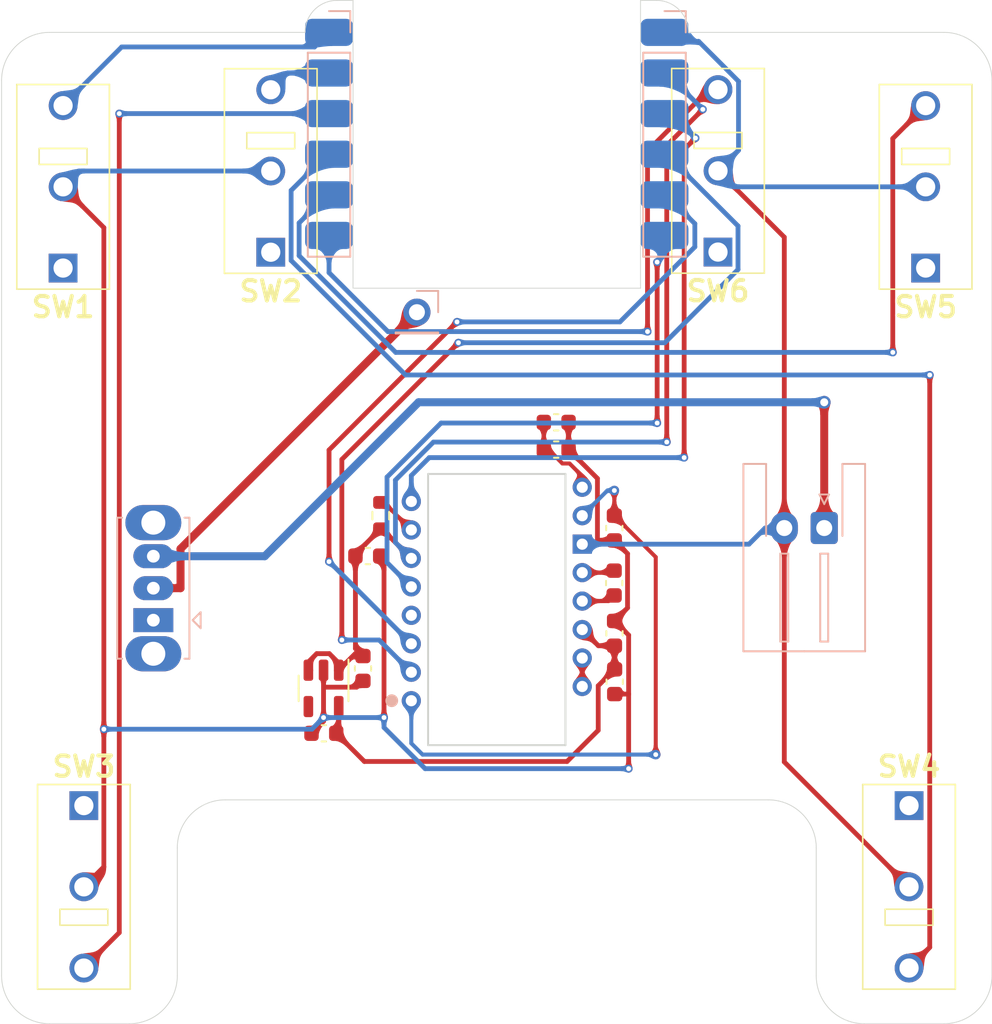
<source format=kicad_pcb>
(kicad_pcb (version 20241229) (generator "pcbnew") (generator_version "9.0")
  (layers (0 "F.Cu" signal) (2 "B.Cu" signal) (13 "F.Paste" user) (15 "B.Paste" user) (5 "F.SilkS" user "F.Silkscreen") (7 "B.SilkS" user "B.Silkscreen") (1 "F.Mask" user) (3 "B.Mask" user) (25 "Edge.Cuts" user))
  (net 0 "")
  (net 1 "GND")
  (net 2 "Net-(U2-+VCSEL)")
  (net 3 "+1V9")
  (net 4 "VCC")
  (net 5 "Net-(U2-CN)")
  (net 6 "Net-(U2-CP)")
  (net 7 "Net-(U2-VCP)")
  (net 8 "MOTION_2")
  (net 9 "NCS_2")
  (net 10 "SCLK_2")
  (net 11 "SDIO_2")
  (net 12 "Net-(U2-NRESET)")
  (net 15 "Net-(U2--VCSEL)")
  (net 16 "VBAT")
  (net 17 "BAT_p")
  (net 19 "pin1")
  (net 20 "pin2")
  (net 21 "pin3")
  (net 22 "pin4")
  (net 23 "pin5")
  (net 24 "pin6")
  (footprint "Package_TO_SOT_SMD:SOT-23-5" (layer "F.Cu") (at 134.6675 112.9287 -90)
    (property "Reference" "U1" (hide yes))
    (property "Value" "TCR2EF19")
    (fp_line (start 0 1.56) (end -0.8 1.56) (stroke (width 0.12)) (layer "F.SilkS"))
    (fp_line (start 0 1.56) (end 0.8 1.56) (stroke (width 0.12)) (layer "F.SilkS"))
    (fp_line (start 0 -1.56) (end -1.8 -1.56) (stroke (width 0.12)) (layer "F.SilkS"))
    (fp_line (start 0 -1.56) (end 0.8 -1.56) (stroke (width 0.12)) (layer "F.SilkS"))
    (pad "1" smd roundrect (at -1.1375 -0.95 270) (size 1.325 0.6) (layers "F.Cu" "F.Mask" "F.Paste") (net 4 "VCC"))
    (pad "2" smd roundrect (at -1.1375 0 270) (size 1.325 0.6) (layers "F.Cu" "F.Mask" "F.Paste") (net 1 "GND"))
    (pad "3" smd roundrect (at -1.1375 0.95 270) (size 1.325 0.6) (layers "F.Cu" "F.Mask" "F.Paste") (net 4 "VCC"))
    (pad "4" smd roundrect (at 1.1375 0.95 270) (size 1.325 0.6) (layers "F.Cu" "F.Mask" "F.Paste"))
    (pad "5" smd roundrect (at 1.1375 -0.95 270) (size 1.325 0.6) (layers "F.Cu" "F.Mask" "F.Paste") (net 3 "+1V9"))
  )
  (footprint "Capacitor_SMD:C_0603_1608Metric" (layer "F.Cu") (at 152.8925 112.511 -90)
    (property "Reference" "C3" (hide yes))
    (property "Value" "3.3u/16V")
    (fp_line (start -0.14058 0.51) (end 0.14058 0.51) (stroke (width 0.12)) (layer "F.SilkS"))
    (fp_line (start -0.14058 -0.51) (end 0.14058 -0.51) (stroke (width 0.12)) (layer "F.SilkS"))
    (pad "1" smd roundrect (at -0.775 0 270) (size 0.9 0.95) (layers "F.Cu" "F.Mask" "F.Paste") (net 3 "+1V9"))
    (pad "2" smd roundrect (at 0.775 0 270) (size 0.9 0.95) (layers "F.Cu" "F.Mask" "F.Paste") (net 1 "GND"))
  )
  (footprint "Capacitor_SMD:C_0603_1608Metric" (layer "F.Cu") (at 152.8825 109.486 90)
    (property "Reference" "C2" (hide yes))
    (property "Value" "100n")
    (fp_line (start -0.14058 -0.51) (end 0.14058 -0.51) (stroke (width 0.12)) (layer "F.SilkS"))
    (fp_line (start -0.14058 0.51) (end 0.14058 0.51) (stroke (width 0.12)) (layer "F.SilkS"))
    (pad "1" smd roundrect (at -0.775 0 90) (size 0.9 0.95) (layers "F.Cu" "F.Mask" "F.Paste") (net 3 "+1V9"))
    (pad "2" smd roundrect (at 0.775 0 90) (size 0.9 0.95) (layers "F.Cu" "F.Mask" "F.Paste") (net 1 "GND"))
  )
  (footprint "Capacitor_SMD:C_0603_1608Metric" (layer "F.Cu") (at 137.4385 104.6535)
    (property "Reference" "C7" (hide yes))
    (property "Value" "100n")
    (fp_line (start -0.14058 -0.51) (end 0.14058 -0.51) (stroke (width 0.12)) (layer "F.SilkS"))
    (fp_line (start -0.14058 0.51) (end 0.14058 0.51) (stroke (width 0.12)) (layer "F.SilkS"))
    (pad "1" smd roundrect (at -0.775 0) (size 0.9 0.95) (layers "F.Cu" "F.Mask" "F.Paste") (net 4 "VCC"))
    (pad "2" smd roundrect (at 0.775 0) (size 0.9 0.95) (layers "F.Cu" "F.Mask" "F.Paste") (net 1 "GND"))
  )
  (footprint "Capacitor_SMD:C_0603_1608Metric" (layer "F.Cu") (at 152.8725 102.901 -90)
    (property "Reference" "C1" (hide yes))
    (property "Value" "10n")
    (fp_line (start -0.14058 0.51) (end 0.14058 0.51) (stroke (width 0.12)) (layer "F.SilkS"))
    (fp_line (start -0.14058 -0.51) (end 0.14058 -0.51) (stroke (width 0.12)) (layer "F.SilkS"))
    (pad "1" smd roundrect (at -0.775 0 270) (size 0.9 0.95) (layers "F.Cu" "F.Mask" "F.Paste") (net 2 "Net-(U2-+VCSEL)"))
    (pad "2" smd roundrect (at 0.775 0 270) (size 0.9 0.95) (layers "F.Cu" "F.Mask" "F.Paste") (net 1 "GND"))
  )
  (footprint "Capacitor_SMD:C_0603_1608Metric" (layer "F.Cu") (at 149.2325 97.9935)
    (property "Reference" "C8" (hide yes))
    (property "Value" "10u (X7R)")
    (fp_line (start -0.14058 -0.51) (end 0.14058 -0.51) (stroke (width 0.12)) (layer "F.SilkS"))
    (fp_line (start -0.14058 0.51) (end 0.14058 0.51) (stroke (width 0.12)) (layer "F.SilkS"))
    (pad "1" smd roundrect (at -0.775 0) (size 0.9 0.95) (layers "F.Cu" "F.Mask" "F.Paste") (net 7 "Net-(U2-VCP)"))
    (pad "2" smd roundrect (at 0.775 0) (size 0.9 0.95) (layers "F.Cu" "F.Mask" "F.Paste") (net 1 "GND"))
  )
  (footprint "Capacitor_SMD:C_0603_1608Metric" (layer "F.Cu") (at 137.1375 111.6837 90)
    (property "Reference" "C4" (hide yes))
    (property "Value" "0.1u" (hide yes))
    (fp_line (start -0.14058 -0.51) (end 0.14058 -0.51) (stroke (width 0.12)) (layer "F.SilkS"))
    (fp_line (start -0.14058 0.51) (end 0.14058 0.51) (stroke (width 0.12)) (layer "F.SilkS"))
    (pad "1" smd roundrect (at -0.775 0 90) (size 0.9 0.95) (layers "F.Cu" "F.Mask" "F.Paste") (net 1 "GND"))
    (pad "2" smd roundrect (at 0.775 0 90) (size 0.9 0.95) (layers "F.Cu" "F.Mask" "F.Paste") (net 4 "VCC"))
  )
  (footprint "kbd:SW_D2FC-1F_3_OMR_edit" (layer "F.Cu") (at 171.3224 130.421 90)
    (property "Reference" "SW4" (at 12.6 0 180) (layer "F.SilkS") (effects (font (size 1.27 1.27) (thickness 0.254))))
    (property "Value" "D2LS-21" (hide yes))
    (fp_line (start 11.48 -2.9) (end 11.48 2.9) (stroke (width 0.1)) (layer "F.SilkS"))
    (fp_line (start -1.32 -2.9) (end 11.48 -2.9) (stroke (width 0.1)) (layer "F.SilkS"))
    (fp_line (start 11.48 2.9) (end -1.32 2.9) (stroke (width 0.1)) (layer "F.SilkS"))
    (fp_line (start -1.32 2.9) (end -1.32 -2.9) (stroke (width 0.1)) (layer "F.SilkS"))
    (fp_rect (start 2.68 -1.5) (end 3.68 1.5) (stroke (width 0.1)) (fill no) (layer "F.SilkS"))
    (pad "1" thru_hole circle (at 0 0 90) (size 1.8 1.8) (drill 1.2) (layers "*.Cu" "*.Mask") (net 22 "pin4"))
    (pad "2" thru_hole circle (at 5.08 0 90) (size 1.8 1.8) (drill 1.2) (layers "*.Cu" "*.Mask") (net 1 "GND"))
    (pad "3" thru_hole rect (at 10.16 0 90) (size 1.8 1.8) (drill 1.2) (layers "*.Cu" "*.Mask"))
  )
  (footprint "kbd:SW_D2FC-1F_3_OMR_edit" (layer "F.Cu") (at 118.3624 76.481 -90)
    (property "Reference" "SW1" (at 12.6 0 0) (layer "F.SilkS") (effects (font (size 1.27 1.27) (thickness 0.254))))
    (property "Value" "D2LS-21" (hide yes))
    (fp_line (start -1.32 2.9) (end -1.32 -2.9) (stroke (width 0.1)) (layer "F.SilkS"))
    (fp_line (start 11.48 2.9) (end -1.32 2.9) (stroke (width 0.1)) (layer "F.SilkS"))
    (fp_line (start -1.32 -2.9) (end 11.48 -2.9) (stroke (width 0.1)) (layer "F.SilkS"))
    (fp_line (start 11.48 -2.9) (end 11.48 2.9) (stroke (width 0.1)) (layer "F.SilkS"))
    (fp_rect (start 2.68 -1.5) (end 3.68 1.5) (stroke (width 0.1)) (fill no) (layer "F.SilkS"))
    (pad "1" thru_hole circle (at 0 0 270) (size 1.8 1.8) (drill 1.2) (layers "*.Cu" "*.Mask") (net 19 "pin1"))
    (pad "2" thru_hole circle (at 5.08 0 270) (size 1.8 1.8) (drill 1.2) (layers "*.Cu" "*.Mask") (net 1 "GND"))
    (pad "3" thru_hole rect (at 10.16 0 270) (size 1.8 1.8) (drill 1.2) (layers "*.Cu" "*.Mask"))
  )
  (footprint "Capacitor_SMD:C_0603_1608Metric" (layer "F.Cu") (at 152.8625 106.341 90)
    (property "Reference" "C6" (hide yes))
    (property "Value" "100n (X7R)")
    (fp_line (start -0.14058 -0.51) (end 0.14058 -0.51) (stroke (width 0.12)) (layer "F.SilkS"))
    (fp_line (start -0.14058 0.51) (end 0.14058 0.51) (stroke (width 0.12)) (layer "F.SilkS"))
    (pad "1" smd roundrect (at -0.775 0 90) (size 0.9 0.95) (layers "F.Cu" "F.Mask" "F.Paste") (net 5 "Net-(U2-CN)"))
    (pad "2" smd roundrect (at 0.775 0 90) (size 0.9 0.95) (layers "F.Cu" "F.Mask" "F.Paste") (net 6 "Net-(U2-CP)"))
  )
  (footprint "Capacitor_SMD:C_0603_1608Metric" (layer "F.Cu") (at 149.2325 96.2895)
    (property "Reference" "C9" (hide yes))
    (property "Value" "10n (X7R)")
    (fp_line (start -0.14058 -0.51) (end 0.14058 -0.51) (stroke (width 0.12)) (layer "F.SilkS"))
    (fp_line (start -0.14058 0.51) (end 0.14058 0.51) (stroke (width 0.12)) (layer "F.SilkS"))
    (pad "1" smd roundrect (at -0.775 0) (size 0.9 0.95) (layers "F.Cu" "F.Mask" "F.Paste") (net 7 "Net-(U2-VCP)"))
    (pad "2" smd roundrect (at 0.775 0) (size 0.9 0.95) (layers "F.Cu" "F.Mask" "F.Paste") (net 1 "GND"))
  )
  (footprint "kbd:SW_D2FC-1F_3_OMR_edit" (layer "F.Cu") (at 159.3624 75.481 -90)
    (property "Reference" "SW6" (at 12.6 0 0) (layer "F.SilkS") (effects (font (size 1.27 1.27) (thickness 0.254))))
    (property "Value" "D2LS-21" (hide yes))
    (fp_line (start -1.32 2.9) (end -1.32 -2.9) (stroke (width 0.1)) (layer "F.SilkS"))
    (fp_line (start 11.48 2.9) (end -1.32 2.9) (stroke (width 0.1)) (layer "F.SilkS"))
    (fp_line (start -1.32 -2.9) (end 11.48 -2.9) (stroke (width 0.1)) (layer "F.SilkS"))
    (fp_line (start 11.48 -2.9) (end 11.48 2.9) (stroke (width 0.1)) (layer "F.SilkS"))
    (fp_rect (start 2.68 -1.5) (end 3.68 1.5) (stroke (width 0.1)) (fill no) (layer "F.SilkS"))
    (pad "1" thru_hole circle (at 0 0 270) (size 1.8 1.8) (drill 1.2) (layers "*.Cu" "*.Mask") (net 24 "pin6"))
    (pad "2" thru_hole circle (at 5.08 0 270) (size 1.8 1.8) (drill 1.2) (layers "*.Cu" "*.Mask") (net 1 "GND"))
    (pad "3" thru_hole rect (at 10.16 0 270) (size 1.8 1.8) (drill 1.2) (layers "*.Cu" "*.Mask"))
  )
  (footprint "kbd:SW_D2FC-1F_3_OMR_edit" (layer "F.Cu") (at 131.3624 75.491 -90)
    (property "Reference" "SW2" (at 12.6 0 0) (layer "F.SilkS") (effects (font (size 1.27 1.27) (thickness 0.254))))
    (property "Value" "D2LS-21" (hide yes))
    (fp_line (start -1.32 2.9) (end -1.32 -2.9) (stroke (width 0.1)) (layer "F.SilkS"))
    (fp_line (start 11.48 2.9) (end -1.32 2.9) (stroke (width 0.1)) (layer "F.SilkS"))
    (fp_line (start -1.32 -2.9) (end 11.48 -2.9) (stroke (width 0.1)) (layer "F.SilkS"))
    (fp_line (start 11.48 -2.9) (end 11.48 2.9) (stroke (width 0.1)) (layer "F.SilkS"))
    (fp_rect (start 2.68 -1.5) (end 3.68 1.5) (stroke (width 0.1)) (fill no) (layer "F.SilkS"))
    (pad "1" thru_hole circle (at 0 0 270) (size 1.8 1.8) (drill 1.2) (layers "*.Cu" "*.Mask") (net 20 "pin2"))
    (pad "2" thru_hole circle (at 5.08 0 270) (size 1.8 1.8) (drill 1.2) (layers "*.Cu" "*.Mask") (net 1 "GND"))
    (pad "3" thru_hole rect (at 10.16 0 270) (size 1.8 1.8) (drill 1.2) (layers "*.Cu" "*.Mask"))
  )
  (footprint "Resistor_SMD:R_0603_1608Metric" (layer "F.Cu") (at 138.2485 102.1235 -90)
    (property "Reference" "R1" (hide yes))
    (property "Value" "2M" (hide yes))
    (fp_line (start -0.237258 0.5225) (end 0.237258 0.5225) (stroke (width 0.12)) (layer "F.SilkS"))
    (fp_line (start -0.237258 -0.5225) (end 0.237258 -0.5225) (stroke (width 0.12)) (layer "F.SilkS"))
    (pad "1" smd roundrect (at -0.825 0 270) (size 0.8 0.95) (layers "F.Cu" "F.Mask" "F.Paste") (net 12 "Net-(U2-NRESET)"))
    (pad "2" smd roundrect (at 0.825 0 270) (size 0.8 0.95) (layers "F.Cu" "F.Mask" "F.Paste") (net 4 "VCC"))
  )
  (footprint "kbd:SW_D2FC-1F_3_OMR_edit" (layer "F.Cu") (at 172.3624 76.481 -90)
    (property "Reference" "SW5" (at 12.6 0 0) (layer "F.SilkS") (effects (font (size 1.27 1.27) (thickness 0.254))))
    (property "Value" "D2LS-21" (hide yes))
    (fp_line (start -1.32 2.9) (end -1.32 -2.9) (stroke (width 0.1)) (layer "F.SilkS"))
    (fp_line (start 11.48 2.9) (end -1.32 2.9) (stroke (width 0.1)) (layer "F.SilkS"))
    (fp_line (start -1.32 -2.9) (end 11.48 -2.9) (stroke (width 0.1)) (layer "F.SilkS"))
    (fp_line (start 11.48 -2.9) (end 11.48 2.9) (stroke (width 0.1)) (layer "F.SilkS"))
    (fp_rect (start 2.68 -1.5) (end 3.68 1.5) (stroke (width 0.1)) (fill no) (layer "F.SilkS"))
    (pad "1" thru_hole circle (at 0 0 270) (size 1.8 1.8) (drill 1.2) (layers "*.Cu" "*.Mask") (net 23 "pin5"))
    (pad "2" thru_hole circle (at 5.08 0 270) (size 1.8 1.8) (drill 1.2) (layers "*.Cu" "*.Mask") (net 1 "GND"))
    (pad "3" thru_hole rect (at 10.16 0 270) (size 1.8 1.8) (drill 1.2) (layers "*.Cu" "*.Mask"))
  )
  (footprint "kbd:SW_D2FC-1F_3_OMR_edit" (layer "F.Cu") (at 119.6626 130.421 90)
    (property "Reference" "SW3" (at 12.6 0 180) (layer "F.SilkS") (effects (font (size 1.27 1.27) (thickness 0.254))))
    (property "Value" "D2LS-21" (hide yes))
    (fp_line (start 11.48 -2.9) (end 11.48 2.9) (stroke (width 0.1)) (layer "F.SilkS"))
    (fp_line (start -1.32 -2.9) (end 11.48 -2.9) (stroke (width 0.1)) (layer "F.SilkS"))
    (fp_line (start 11.48 2.9) (end -1.32 2.9) (stroke (width 0.1)) (layer "F.SilkS"))
    (fp_line (start -1.32 2.9) (end -1.32 -2.9) (stroke (width 0.1)) (layer "F.SilkS"))
    (fp_rect (start 2.68 -1.5) (end 3.68 1.5) (stroke (width 0.1)) (fill no) (layer "F.SilkS"))
    (pad "1" thru_hole circle (at 0 0 90) (size 1.8 1.8) (drill 1.2) (layers "*.Cu" "*.Mask") (net 21 "pin3"))
    (pad "2" thru_hole circle (at 5.08 0 90) (size 1.8 1.8) (drill 1.2) (layers "*.Cu" "*.Mask") (net 1 "GND"))
    (pad "3" thru_hole rect (at 10.16 0 90) (size 1.8 1.8) (drill 1.2) (layers "*.Cu" "*.Mask"))
  )
  (footprint "Capacitor_SMD:C_0603_1608Metric" (layer "F.Cu") (at 134.6875 115.7387 180)
    (property "Reference" "C5" (hide yes))
    (property "Value" "1u" (hide yes))
    (fp_line (start -0.14058 0.51) (end 0.14058 0.51) (stroke (width 0.12)) (layer "F.SilkS"))
    (fp_line (start -0.14058 -0.51) (end 0.14058 -0.51) (stroke (width 0.12)) (layer "F.SilkS"))
    (pad "1" smd roundrect (at -0.775 0 180) (size 0.9 0.95) (layers "F.Cu" "F.Mask" "F.Paste") (net 3 "+1V9"))
    (pad "2" smd roundrect (at 0.775 0 180) (size 0.9 0.95) (layers "F.Cu" "F.Mask" "F.Paste") (net 1 "GND"))
  )
  (footprint "Connector_PinHeader_2.54mm:PinHeader_1x06_P2.54mm_Vertical" (layer "B.Cu") (at 135.0125 71.901 180)
    (property "Reference" "J3" (hide yes))
    (property "Value" "Conn_01x06")
    (fp_line (start 1.33 -1.27) (end 1.33 -14.03) (stroke (width 0.12)) (layer "B.SilkS"))
    (fp_line (start -1.33 1.33) (end 0 1.33) (stroke (width 0.12)) (layer "B.SilkS"))
    (fp_line (start -1.33 0) (end -1.33 1.33) (stroke (width 0.12)) (layer "B.SilkS"))
    (fp_line (start -1.33 -1.27) (end 1.33 -1.27) (stroke (width 0.12)) (layer "B.SilkS"))
    (fp_line (start -1.33 -1.27) (end -1.33 -14.03) (stroke (width 0.12)) (layer "B.SilkS"))
    (fp_line (start -1.33 -14.03) (end 1.33 -14.03) (stroke (width 0.12)) (layer "B.SilkS"))
    (pad "1" smd roundrect (at 0 0 180) (size 3 1.7) (layers "B.Cu" "B.Mask" "B.Paste") (net 19 "pin1"))
    (pad "2" smd roundrect (at 0 -2.54 180) (size 3 1.7) (layers "B.Cu" "B.Mask" "B.Paste") (net 20 "pin2"))
    (pad "3" smd roundrect (at 0 -5.08 180) (size 3 1.7) (layers "B.Cu" "B.Mask" "B.Paste") (net 21 "pin3"))
    (pad "4" smd roundrect (at 0 -7.62 180) (size 3 1.7) (layers "B.Cu" "B.Mask" "B.Paste") (net 22 "pin4"))
    (pad "5" smd roundrect (at 0 -10.16 180) (size 3 1.7) (layers "B.Cu" "B.Mask" "B.Paste") (net 23 "pin5"))
    (pad "6" smd roundrect (at 0 -12.7 180) (size 3 1.7) (layers "B.Cu" "B.Mask" "B.Paste") (net 24 "pin6"))
  )
  (footprint "Connector_PinHeader_2.54mm:PinHeader_1x06_P2.54mm_Vertical" (layer "B.Cu") (at 156.0125 71.901 180)
    (property "Reference" "J2" (hide yes))
    (property "Value" "Conn_01x06")
    (fp_line (start 1.33 -1.27) (end 1.33 -14.03) (stroke (width 0.12)) (layer "B.SilkS"))
    (fp_line (start -1.33 1.33) (end 0 1.33) (stroke (width 0.12)) (layer "B.SilkS"))
    (fp_line (start -1.33 0) (end -1.33 1.33) (stroke (width 0.12)) (layer "B.SilkS"))
    (fp_line (start -1.33 -1.27) (end 1.33 -1.27) (stroke (width 0.12)) (layer "B.SilkS"))
    (fp_line (start -1.33 -1.27) (end -1.33 -14.03) (stroke (width 0.12)) (layer "B.SilkS"))
    (fp_line (start -1.33 -14.03) (end 1.33 -14.03) (stroke (width 0.12)) (layer "B.SilkS"))
    (pad "1" smd roundrect (at 0 0 180) (size 3 1.7) (layers "B.Cu" "B.Mask" "B.Paste") (net 1 "GND"))
    (pad "2" smd roundrect (at 0 -2.54 180) (size 3 1.7) (layers "B.Cu" "B.Mask" "B.Paste") (net 4 "VCC"))
    (pad "3" smd roundrect (at 0 -5.08 180) (size 3 1.7) (layers "B.Cu" "B.Mask" "B.Paste") (net 8 "MOTION_2"))
    (pad "4" smd roundrect (at 0 -7.62 180) (size 3 1.7) (layers "B.Cu" "B.Mask" "B.Paste") (net 11 "SDIO_2"))
    (pad "5" smd roundrect (at 0 -10.16 180) (size 3 1.7) (layers "B.Cu" "B.Mask" "B.Paste") (net 10 "SCLK_2"))
    (pad "6" smd roundrect (at 0 -12.7 180) (size 3 1.7) (layers "B.Cu" "B.Mask" "B.Paste") (net 9 "NCS_2"))
  )
  (footprint "Button_Switch_THT:SW_Slide_SPDT_Straight_CK_OS102011MS2Q" (layer "B.Cu") (at 124.0125 108.664 90)
    (property "Reference" "PSW1" (hide yes))
    (property "Value" "SW_SPDT" (hide yes))
    (fp_line (start 6.41 -2.26) (end -2.41 -2.26) (stroke (width 0.12)) (layer "B.SilkS"))
    (fp_line (start 6.41 -2.26) (end 6.41 -1.95) (stroke (width 0.12)) (layer "B.SilkS"))
    (fp_line (start -2.41 -2.26) (end -2.41 -1.95) (stroke (width 0.12)) (layer "B.SilkS"))
    (fp_line (start -2.41 1.95) (end -2.41 2.26) (stroke (width 0.12)) (layer "B.SilkS"))
    (fp_line (start 6.41 2.26) (end 6.41 1.95) (stroke (width 0.12)) (layer "B.SilkS"))
    (fp_line (start -2.41 2.26) (end 6.41 2.26) (stroke (width 0.12)) (layer "B.SilkS"))
    (fp_line (start 0 2.46) (end 0.5 2.96) (stroke (width 0.12)) (layer "B.SilkS"))
    (fp_line (start 0.5 2.96) (end -0.5 2.96) (stroke (width 0.12)) (layer "B.SilkS"))
    (fp_line (start -0.5 2.96) (end 0 2.46) (stroke (width 0.12)) (layer "B.SilkS"))
    (pad "" thru_hole oval (at -2.1 0 90) (size 2.2 3.5) (drill 1.5) (layers "*.Cu" "*.Mask"))
    (pad "" thru_hole oval (at 6.1 0 90) (size 2.2 3.5) (drill 1.5) (layers "*.Cu" "*.Mask"))
    (pad "1" thru_hole rect (at 0 0 90) (size 1.5 2.5) (drill 0.8) (layers "*.Cu" "*.Mask"))
    (pad "2" thru_hole oval (at 2 0 90) (size 1.5 2.5) (drill 0.8) (layers "*.Cu" "*.Mask") (net 17 "BAT_p"))
    (pad "3" thru_hole oval (at 4 0 90) (size 1.5 2.5) (drill 0.8) (layers "*.Cu" "*.Mask") (net 16 "VBAT"))
  )
  (footprint "Connector_PinHeader_2.54mm:PinHeader_1x01_P2.54mm_Vertical" (layer "B.Cu") (at 140.5125 89.401 180)
    (property "Reference" "J4" (hide yes))
    (property "Value" "Conn_01x01")
    (fp_line (start 1.33 -1.27) (end 1.33 -1.33) (stroke (width 0.12)) (layer "B.SilkS"))
    (fp_line (start -1.33 1.33) (end 0 1.33) (stroke (width 0.12)) (layer "B.SilkS"))
    (fp_line (start -1.33 0) (end -1.33 1.33) (stroke (width 0.12)) (layer "B.SilkS"))
    (fp_line (start -1.33 -1.27) (end 1.33 -1.27) (stroke (width 0.12)) (layer "B.SilkS"))
    (fp_line (start -1.33 -1.27) (end -1.33 -1.33) (stroke (width 0.12)) (layer "B.SilkS"))
    (fp_line (start -1.33 -1.33) (end 1.33 -1.33) (stroke (width 0.12)) (layer "B.SilkS"))
    (pad "1" thru_hole circle (at 0 0 180) (size 1.7 1.7) (drill 1) (layers "*.Cu" "*.Mask") (net 17 "BAT_p"))
  )
  (footprint "mylib:PMW3610" (layer "B.Cu") (at 140.1625 113.7)
    (property "Reference" "U2" (hide yes))
    (property "Value" "PMW3610")
    (fp_circle (center -1.225 0) (end -1.025 0) (stroke (width 0.4)) (fill no) (layer "B.SilkS"))
    (fp_line (start 1.05 -14.18) (end 9.65 -14.18) (stroke (width 0.12)) (layer "Edge.Cuts"))
    (fp_line (start 1.05 2.78) (end 1.05 -14.18) (stroke (width 0.12)) (layer "Edge.Cuts"))
    (fp_line (start 1.05 2.78) (end 9.65 2.78) (stroke (width 0.12)) (layer "Edge.Cuts"))
    (fp_line (start 9.65 2.78) (end 9.65 -14.18) (stroke (width 0.12)) (layer "Edge.Cuts"))
    (pad "1" thru_hole circle (at 0 0) (size 1.2 1.2) (drill 0.7) (layers "*.Cu" "*.Mask") (net 2 "Net-(U2-+VCSEL)"))
    (pad "2" thru_hole circle (at 0 -1.78) (size 1.2 1.2) (drill 0.7) (layers "*.Cu" "*.Mask") (net 11 "SDIO_2"))
    (pad "3" thru_hole circle (at 0 -3.56) (size 1.2 1.2) (drill 0.7) (layers "*.Cu" "*.Mask") (net 10 "SCLK_2"))
    (pad "4" thru_hole circle (at 0 -5.34) (size 1.2 1.2) (drill 0.7) (layers "*.Cu" "*.Mask"))
    (pad "5" thru_hole circle (at 0 -7.12) (size 1.2 1.2) (drill 0.7) (layers "*.Cu" "*.Mask") (net 9 "NCS_2"))
    (pad "6" thru_hole circle (at 0 -8.9) (size 1.2 1.2) (drill 0.7) (layers "*.Cu" "*.Mask") (net 4 "VCC"))
    (pad "7" thru_hole circle (at 0 -10.68) (size 1.2 1.2) (drill 0.7) (layers "*.Cu" "*.Mask") (net 12 "Net-(U2-NRESET)"))
    (pad "8" thru_hole circle (at 0 -12.46) (size 1.2 1.2) (drill 0.7) (layers "*.Cu" "*.Mask") (net 8 "MOTION_2"))
    (pad "9" thru_hole circle (at 10.7 -13.35) (size 1.2 1.2) (drill 0.7) (layers "*.Cu" "*.Mask") (net 7 "Net-(U2-VCP)"))
    (pad "10" thru_hole circle (at 10.7 -11.57) (size 1.2 1.2) (drill 0.7) (layers "*.Cu" "*.Mask") (net 2 "Net-(U2-+VCSEL)"))
    (pad "11" thru_hole rect (at 10.7 -9.79) (size 1.2 1.2) (drill 0.7) (layers "*.Cu" "*.Mask") (net 1 "GND"))
    (pad "12" thru_hole circle (at 10.7 -8.01) (size 1.2 1.2) (drill 0.7) (layers "*.Cu" "*.Mask") (net 6 "Net-(U2-CP)"))
    (pad "13" thru_hole circle (at 10.7 -6.23) (size 1.2 1.2) (drill 0.7) (layers "*.Cu" "*.Mask") (net 5 "Net-(U2-CN)"))
    (pad "14" thru_hole circle (at 10.7 -4.45) (size 1.2 1.2) (drill 0.7) (layers "*.Cu" "*.Mask") (net 3 "+1V9"))
    (pad "15" thru_hole circle (at 10.7 -2.67) (size 1.2 1.2) (drill 0.7) (layers "*.Cu" "*.Mask") (net 15 "Net-(U2--VCSEL)"))
    (pad "16" thru_hole circle (at 10.7 -0.89) (size 1.2 1.2) (drill 0.7) (layers "*.Cu" "*.Mask") (net 15 "Net-(U2--VCSEL)"))
  )
  (footprint "Connector_JST:JST_XH_S2B-XH-A-1_1x02_P2.50mm_Horizontal" (layer "B.Cu") (at 166.0125 102.901 180)
    (property "Reference" "J1" (hide yes))
    (property "Value" "Conn_01x02")
    (fp_line (start 5.06 4.01) (end 3.64 4.01) (stroke (width 0.12)) (layer "B.SilkS"))
    (fp_line (start 5.06 -7.71) (end 5.06 4.01) (stroke (width 0.12)) (layer "B.SilkS"))
    (fp_line (start 3.64 4.01) (end 3.64 -0.49) (stroke (width 0.12)) (layer "B.SilkS"))
    (fp_line (start 2.75 -1.6) (end 2.25 -1.6) (stroke (width 0.12)) (layer "B.SilkS"))
    (fp_line (start 2.75 -7.1) (end 2.75 -1.6) (stroke (width 0.12)) (layer "B.SilkS"))
    (fp_line (start 2.25 -1.6) (end 2.25 -7.1) (stroke (width 0.12)) (layer "B.SilkS"))
    (fp_line (start 2.25 -7.1) (end 2.75 -7.1) (stroke (width 0.12)) (layer "B.SilkS"))
    (fp_line (start 1.25 -7.71) (end 5.06 -7.71) (stroke (width 0.12)) (layer "B.SilkS"))
    (fp_line (start 1.25 -7.71) (end -2.56 -7.71) (stroke (width 0.12)) (layer "B.SilkS"))
    (fp_line (start 0.3 2.1) (end 0 1.5) (stroke (width 0.12)) (layer "B.SilkS"))
    (fp_line (start 0.25 -1.6) (end -0.25 -1.6) (stroke (width 0.12)) (layer "B.SilkS"))
    (fp_line (start 0.25 -7.1) (end 0.25 -1.6) (stroke (width 0.12)) (layer "B.SilkS"))
    (fp_line (start 0 1.5) (end -0.3 2.1) (stroke (width 0.12)) (layer "B.SilkS"))
    (fp_line (start -0.25 -1.6) (end -0.25 -7.1) (stroke (width 0.12)) (layer "B.SilkS"))
    (fp_line (start -0.25 -7.1) (end 0.25 -7.1) (stroke (width 0.12)) (layer "B.SilkS"))
    (fp_line (start -0.3 2.1) (end 0.3 2.1) (stroke (width 0.12)) (layer "B.SilkS"))
    (fp_line (start -1.14 4.01) (end -1.14 -0.49) (stroke (width 0.12)) (layer "B.SilkS"))
    (fp_line (start -2.56 4.01) (end -1.14 4.01) (stroke (width 0.12)) (layer "B.SilkS"))
    (fp_line (start -2.56 -7.71) (end -2.56 4.01) (stroke (width 0.12)) (layer "B.SilkS"))
    (pad "1" thru_hole roundrect (at 0 0 180) (size 1.7 2) (drill 1) (layers "*.Cu" "*.Mask") (roundrect_rratio 0.147059) (net 16 "VBAT"))
    (pad "2" thru_hole oval (at 2.5 0 180) (size 1.7 2) (drill 1) (layers "*.Cu" "*.Mask") (net 1 "GND"))
  )
  (gr_arc (start 176.5125 130.901) (mid 175.63382 133.02232) (end 173.5125 133.901) (stroke (width 0.05)) (layer "Edge.Cuts"))
  (gr_line (start 128.5125 119.901) (end 162.5125 119.901) (stroke (width 0.05)) (layer "Edge.Cuts"))
  (gr_line (start 125.5125 122.901) (end 125.5125 130.901) (stroke (width 0.05)) (layer "Edge.Cuts"))
  (gr_arc (start 162.5125 119.901) (mid 164.63382 120.77968) (end 165.5125 122.901) (stroke (width 0.05)) (layer "Edge.Cuts"))
  (gr_arc (start 133.5125 71.901) (mid 134.098286 70.486786) (end 135.5125 69.901) (stroke (width 0.05)) (layer "Edge.Cuts"))
  (gr_line (start 173.5125 71.901) (end 157.5125 71.901) (stroke (width 0.05)) (layer "Edge.Cuts"))
  (gr_arc (start 125.5125 122.901) (mid 126.39118 120.77968) (end 128.5125 119.901) (stroke (width 0.05)) (layer "Edge.Cuts"))
  (gr_line (start 176.5125 130.901) (end 176.5125 74.901) (stroke (width 0.05)) (layer "Edge.Cuts"))
  (gr_arc (start 155.5125 69.901) (mid 156.926714 70.486786) (end 157.5125 71.901) (stroke (width 0.05)) (layer "Edge.Cuts"))
  (gr_line (start 154.5125 87.901) (end 154.5125 69.901) (stroke (width 0.05)) (layer "Edge.Cuts"))
  (gr_arc (start 114.5125 74.901) (mid 115.391179 72.779679) (end 117.5125 71.901) (stroke (width 0.05)) (layer "Edge.Cuts"))
  (gr_line (start 133.5125 71.901) (end 117.5125 71.901) (stroke (width 0.05)) (layer "Edge.Cuts"))
  (gr_line (start 136.5125 87.901) (end 154.5125 87.901) (stroke (width 0.05)) (layer "Edge.Cuts"))
  (gr_line (start 114.5125 74.901) (end 114.5125 130.901) (stroke (width 0.05)) (layer "Edge.Cuts"))
  (gr_arc (start 125.5125 130.901) (mid 124.63382 133.02232) (end 122.5125 133.901) (stroke (width 0.05)) (layer "Edge.Cuts"))
  (gr_line (start 136.5125 87.901) (end 136.5125 69.901) (stroke (width 0.05)) (layer "Edge.Cuts"))
  (gr_line (start 155.5125 69.901) (end 154.5125 69.901) (stroke (width 0.05)) (layer "Edge.Cuts"))
  (gr_line (start 117.5125 133.901) (end 122.5125 133.901) (stroke (width 0.05)) (layer "Edge.Cuts"))
  (gr_arc (start 168.5125 133.901) (mid 166.39118 133.02232) (end 165.5125 130.901) (stroke (width 0.05)) (layer "Edge.Cuts"))
  (gr_arc (start 117.5125 133.901) (mid 115.391179 133.022321) (end 114.5125 130.901) (stroke (width 0.05)) (layer "Edge.Cuts"))
  (gr_arc (start 173.5125 71.901) (mid 175.633821 72.779679) (end 176.5125 74.901) (stroke (width 0.05)) (layer "Edge.Cuts"))
  (gr_line (start 168.5125 133.901) (end 173.5125 133.901) (stroke (width 0.05)) (layer "Edge.Cuts"))
  (gr_line (start 135.5125 69.901) (end 136.5125 69.901) (stroke (width 0.05)) (layer "Edge.Cuts"))
  (gr_line (start 165.5125 122.901) (end 165.5125 130.901) (stroke (width 0.05)) (layer "Edge.Cuts"))
  (segment (start 137.1375 112.4587) (end 136.7423 112.8539) (width 0.3) (layer "F.Cu") (net 1))
  (segment (start 120.9143 84.1129) (end 120.9143 115.4812) (width 0.3) (layer "F.Cu") (net 1))
  (segment (start 153.6986 104.5021) (end 152.8725 103.676) (width 0.3) (layer "F.Cu") (net 1))
  (segment (start 151.8142 103.676) (end 151.8142 99.8002) (width 0.3) (layer "F.Cu") (net 1))
  (segment (start 134.6675 114.9837) (end 134.6675 114.7547) (width 0.3) (layer "F.Cu") (net 1))
  (segment (start 171.3224 125.341) (end 163.5125 117.5311) (width 0.3) (layer "F.Cu") (net 1))
  (segment (start 134.6675 114.7547) (end 134.6675 112.8539) (width 0.3) (layer "F.Cu") (net 1))
  (segment (start 153.7681 117.9505) (end 153.7681 113.286) (width 0.3) (layer "F.Cu") (net 1))
  (segment (start 120.9143 115.4812) (end 120.9143 124.0893) (width 0.3) (layer "F.Cu") (net 1))
  (segment (start 151.8142 99.8002) (end 150.0075 97.9935) (width 0.3) (layer "F.Cu") (net 1))
  (segment (start 138.4527 104.8927) (end 138.4527 114.7547) (width 0.3) (layer "F.Cu") (net 1))
  (segment (start 138.2135 104.6535) (end 138.4527 104.8927) (width 0.3) (layer "F.Cu") (net 1))
  (segment (start 150.0075 96.2895) (end 150.0075 97.9935) (width 0.3) (layer "F.Cu") (net 1))
  (segment (start 118.3624 81.561) (end 120.9143 84.1129) (width 0.3) (layer "F.Cu") (net 1))
  (segment (start 163.5125 84.7111) (end 163.5125 102.901) (width 0.3) (layer "F.Cu") (net 1))
  (segment (start 159.3624 80.561) (end 163.5125 84.7111) (width 0.3) (layer "F.Cu") (net 1))
  (segment (start 151.8142 103.676) (end 152.8725 103.676) (width 0.3) (layer "F.Cu") (net 1))
  (segment (start 133.9125 115.7387) (end 134.6675 114.9837) (width 0.3) (layer "F.Cu") (net 1))
  (segment (start 151.8142 103.91) (end 151.8142 103.676) (width 0.3) (layer "F.Cu") (net 1))
  (segment (start 120.9143 124.0893) (end 119.6626 125.341) (width 0.3) (layer "F.Cu") (net 1))
  (segment (start 163.5125 117.5311) (end 163.5125 102.901) (width 0.3) (layer "F.Cu") (net 1))
  (segment (start 153.7681 109.5966) (end 152.8825 108.711) (width 0.3) (layer "F.Cu") (net 1))
  (segment (start 152.8825 108.711) (end 153.6986 107.8949) (width 0.3) (layer "F.Cu") (net 1))
  (segment (start 153.7681 113.286) (end 153.7681 109.5966) (width 0.3) (layer "F.Cu") (net 1))
  (segment (start 134.6675 112.8539) (end 134.6675 111.7912) (width 0.3) (layer "F.Cu") (net 1))
  (segment (start 153.6986 107.8949) (end 153.6986 104.5021) (width 0.3) (layer "F.Cu") (net 1))
  (segment (start 136.7423 112.8539) (end 134.6675 112.8539) (width 0.3) (layer "F.Cu") (net 1))
  (segment (start 152.8925 113.286) (end 153.7681 113.286) (width 0.3) (layer "F.Cu") (net 1))
  (segment (start 150.8625 103.91) (end 151.8142 103.91) (width 0.3) (layer "F.Cu") (net 1))
  (via (at 153.7681 117.9505) (size 0.5) (drill 0.3) (layers "F.Cu" "B.Cu") (net 1))
  (via (at 138.4527 114.7547) (size 0.5) (drill 0.3) (layers "F.Cu" "B.Cu") (net 1))
  (via (at 120.9143 115.4812) (size 0.5) (drill 0.3) (layers "F.Cu" "B.Cu") (net 1))
  (via (at 134.6675 114.7547) (size 0.5) (drill 0.3) (layers "F.Cu" "B.Cu") (net 1))
  (segment (start 119.3524 80.571) (end 118.3624 81.561) (width 0.3) (layer "B.Cu") (net 1))
  (segment (start 134.6675 114.7547) (end 138.4527 114.7547) (width 0.3) (layer "B.Cu") (net 1))
  (segment (start 120.9143 115.4812) (end 133.941 115.4812) (width 0.3) (layer "B.Cu") (net 1))
  (segment (start 161.3018 103.91) (end 150.8625 103.91) (width 0.3) (layer "B.Cu") (net 1))
  (segment (start 138.4527 115.3754) (end 138.4527 114.7547) (width 0.3) (layer "B.Cu") (net 1))
  (segment (start 158.1509 72.4651) (end 156.5766 72.4651) (width 0.3) (layer "B.Cu") (net 1))
  (segment (start 133.941 115.4812) (end 134.6675 114.7547) (width 0.3) (layer "B.Cu") (net 1))
  (segment (start 131.3624 80.571) (end 119.3524 80.571) (width 0.3) (layer "B.Cu") (net 1))
  (segment (start 160.6465 79.2769) (end 160.6465 74.9607) (width 0.3) (layer "B.Cu") (net 1))
  (segment (start 162.3108 102.901) (end 161.3018 103.91) (width 0.3) (layer "B.Cu") (net 1))
  (segment (start 160.3624 81.561) (end 159.3624 80.561) (width 0.3) (layer "B.Cu") (net 1))
  (segment (start 163.5125 102.901) (end 162.3108 102.901) (width 0.3) (layer "B.Cu") (net 1))
  (segment (start 159.3624 80.561) (end 160.6465 79.2769) (width 0.3) (layer "B.Cu") (net 1))
  (segment (start 156.5766 72.4651) (end 156.0125 71.901) (width 0.3) (layer "B.Cu") (net 1))
  (segment (start 160.6465 74.9607) (end 158.1509 72.4651) (width 0.3) (layer "B.Cu") (net 1))
  (segment (start 172.3624 81.561) (end 160.3624 81.561) (width 0.3) (layer "B.Cu") (net 1))
  (segment (start 153.7681 117.9505) (end 141.0278 117.9505) (width 0.3) (layer "B.Cu") (net 1))
  (segment (start 141.0278 117.9505) (end 138.4527 115.3754) (width 0.3) (layer "B.Cu") (net 1))
  (segment (start 152.8725 102.126) (end 152.8725 100.5529) (width 0.25) (layer "F.Cu") (net 2))
  (segment (start 155.464 104.7175) (end 155.464 117.0701) (width 0.25) (layer "F.Cu") (net 2))
  (segment (start 152.8725 102.126) (end 155.464 104.7175) (width 0.25) (layer "F.Cu") (net 2))
  (via (at 155.464 117.0701) (size 0.6) (drill 0.3) (layers "F.Cu" "B.Cu") (net 2))
  (via (at 152.8725 100.5529) (size 0.6) (drill 0.3) (layers "F.Cu" "B.Cu") (net 2))
  (segment (start 152.4396 100.5529) (end 152.8725 100.5529) (width 0.25) (layer "B.Cu") (net 2))
  (segment (start 150.8625 102.13) (end 152.4396 100.5529) (width 0.25) (layer "B.Cu") (net 2))
  (segment (start 140.8676 117.0701) (end 155.464 117.0701) (width 0.25) (layer "B.Cu") (net 2))
  (segment (start 140.1625 113.7) (end 140.1625 116.365) (width 0.25) (layer "B.Cu") (net 2))
  (segment (start 140.1625 116.365) (end 140.8676 117.0701) (width 0.25) (layer "B.Cu") (net 2))
  (segment (start 135.4625 115.7387) (end 137.2248 117.501) (width 0.3) (layer "F.Cu") (net 3))
  (segment (start 137.2248 117.501) (end 149.9125 117.501) (width 0.3) (layer "F.Cu") (net 3))
  (segment (start 135.6175 115.5837) (end 135.4625 115.7387) (width 0.3) (layer "F.Cu") (net 3))
  (segment (start 152.8825 110.261) (end 152.8825 111.726) (width 0.3) (layer "F.Cu") (net 3))
  (segment (start 151.8625 112.766) (end 152.8925 111.736) (width 0.3) (layer "F.Cu") (net 3))
  (segment (start 149.9125 117.501) (end 151.8625 115.551) (width 0.3) (layer "F.Cu") (net 3))
  (segment (start 151.8735 110.261) (end 152.8825 110.261) (width 0.3) (layer "F.Cu") (net 3))
  (segment (start 152.8825 111.726) (end 152.8925 111.736) (width 0.3) (layer "F.Cu") (net 3))
  (segment (start 135.6175 114.0662) (end 135.6175 115.5837) (width 0.3) (layer "F.Cu") (net 3))
  (segment (start 150.8625 109.25) (end 151.8735 110.261) (width 0.3) (layer "F.Cu") (net 3))
  (segment (start 151.8625 115.551) (end 151.8625 112.766) (width 0.3) (layer "F.Cu") (net 3))
  (segment (start 156.1538 78.9721) (end 156.1538 97.5237) (width 0.3) (layer "F.Cu") (net 4))
  (segment (start 136.8188 110.5899) (end 137.1375 110.9087) (width 0.3) (layer "F.Cu") (net 4))
  (segment (start 136.8188 110.5899) (end 135.6175 111.7912) (width 0.3) (layer "F.Cu") (net 4))
  (segment (start 133.7175 111.2788) (end 134.2388 110.7575) (width 0.3) (layer "F.Cu") (net 4))
  (segment (start 136.6635 104.6535) (end 136.6635 104.5335) (width 0.3) (layer "F.Cu") (net 4))
  (segment (start 136.8188 110.5899) (end 136.6635 110.4347) (width 0.3) (layer "F.Cu") (net 4))
  (segment (start 136.6635 104.5335) (end 138.2485 102.9485) (width 0.3) (layer "F.Cu") (net 4))
  (segment (start 134.2388 110.7575) (end 135.0309 110.7575) (width 0.3) (layer "F.Cu") (net 4))
  (segment (start 158.4097 76.7162) (end 156.1538 78.9721) (width 0.3) (layer "F.Cu") (net 4))
  (segment (start 133.7175 111.7912) (end 133.7175 111.2788) (width 0.3) (layer "F.Cu") (net 4))
  (segment (start 135.0309 110.7575) (end 135.6175 111.3441) (width 0.3) (layer "F.Cu") (net 4))
  (segment (start 136.6635 110.4347) (end 136.6635 104.6535) (width 0.3) (layer "F.Cu") (net 4))
  (segment (start 135.6175 111.3441) (end 135.6175 111.7912) (width 0.3) (layer "F.Cu") (net 4))
  (segment (start 140.1625 104.8) (end 138.311 102.9485) (width 0.3) (layer "F.Cu") (net 4))
  (segment (start 138.311 102.9485) (end 138.2485 102.9485) (width 0.3) (layer "F.Cu") (net 4))
  (via (at 156.1538 97.5237) (size 0.5) (drill 0.3) (layers "F.Cu" "B.Cu") (net 4))
  (via (at 158.4097 76.7162) (size 0.5) (drill 0.3) (layers "F.Cu" "B.Cu") (net 4))
  (segment (start 141.5471 97.5237) (end 156.1538 97.5237) (width 0.3) (layer "B.Cu") (net 4))
  (segment (start 140.1625 104.8) (end 139.1685 103.806) (width 0.3) (layer "B.Cu") (net 4))
  (segment (start 156.0125 74.441) (end 156.1345 74.441) (width 0.3) (layer "B.Cu") (net 4))
  (segment (start 139.1685 99.9023) (end 141.5471 97.5237) (width 0.3) (layer "B.Cu") (net 4))
  (segment (start 156.1345 74.441) (end 158.4097 76.7162) (width 0.3) (layer "B.Cu") (net 4))
  (segment (start 139.1685 103.806) (end 139.1685 99.9023) (width 0.3) (layer "B.Cu") (net 4))
  (segment (start 150.8625 107.47) (end 152.5085 107.47) (width 0.25) (layer "F.Cu") (net 5))
  (segment (start 152.5085 107.47) (end 152.8625 107.116) (width 0.25) (layer "F.Cu") (net 5))
  (segment (start 152.7385 105.69) (end 152.8625 105.566) (width 0.25) (layer "F.Cu") (net 6))
  (segment (start 150.8625 105.69) (end 152.7385 105.69) (width 0.25) (layer "F.Cu") (net 6))
  (segment (start 148.4575 97.6864) (end 148.4575 97.7) (width 0.25) (layer "F.Cu") (net 7))
  (segment (start 150.8625 99.6578) (end 150.8625 100.35) (width 0.25) (layer "F.Cu") (net 7))
  (segment (start 148.4575 97.7) (end 149.6216 98.8641) (width 0.25) (layer "F.Cu") (net 7))
  (segment (start 149.6216 98.8641) (end 150.0688 98.8641) (width 0.25) (layer "F.Cu") (net 7))
  (segment (start 148.4575 97.6864) (end 148.4575 97.9935) (width 0.25) (layer "F.Cu") (net 7))
  (segment (start 148.4575 96.2895) (end 148.4575 97.6864) (width 0.25) (layer "F.Cu") (net 7))
  (segment (start 150.0688 98.8641) (end 150.8625 99.6578) (width 0.25) (layer "F.Cu") (net 7))
  (segment (start 157.2433 79.2198) (end 157.2433 98.4968) (width 0.3) (layer "F.Cu") (net 8))
  (segment (start 157.952 78.5111) (end 157.2433 79.2198) (width 0.3) (layer "F.Cu") (net 8))
  (via (at 157.2433 98.4968) (size 0.5) (drill 0.3) (layers "F.Cu" "B.Cu") (net 8))
  (via (at 157.952 78.5111) (size 0.5) (drill 0.3) (layers "F.Cu" "B.Cu") (net 8))
  (segment (start 141.2854 98.4968) (end 157.2433 98.4968) (width 0.3) (layer "B.Cu") (net 8))
  (segment (start 140.1625 101.24) (end 140.1625 99.6197) (width 0.3) (layer "B.Cu") (net 8))
  (segment (start 156.4219 76.981) (end 157.952 78.5111) (width 0.3) (layer "B.Cu") (net 8))
  (segment (start 156.0125 76.981) (end 156.4219 76.981) (width 0.3) (layer "B.Cu") (net 8))
  (segment (start 140.1625 99.6197) (end 141.2854 98.4968) (width 0.3) (layer "B.Cu") (net 8))
  (segment (start 155.5521 86.2684) (end 155.5521 96.3333) (width 0.3) (layer "F.Cu") (net 9))
  (via (at 155.5521 86.2684) (size 0.5) (drill 0.3) (layers "F.Cu" "B.Cu") (net 9))
  (via (at 155.5521 96.3333) (size 0.5) (drill 0.3) (layers "F.Cu" "B.Cu") (net 9))
  (segment (start 142.0232 96.3333) (end 155.5521 96.3333) (width 0.3) (layer "B.Cu") (net 9))
  (segment (start 138.6417 105.0592) (end 138.6417 99.7148) (width 0.3) (layer "B.Cu") (net 9))
  (segment (start 140.1625 106.58) (end 138.6417 105.0592) (width 0.3) (layer "B.Cu") (net 9))
  (segment (start 155.5521 86.2684) (end 156.0125 85.808) (width 0.3) (layer "B.Cu") (net 9))
  (segment (start 156.0125 85.808) (end 156.0125 84.601) (width 0.3) (layer "B.Cu") (net 9))
  (segment (start 138.6417 99.7148) (end 142.0232 96.3333) (width 0.3) (layer "B.Cu") (net 9))
  (segment (start 135.0125 105.001) (end 135.0125 98.0204) (width 0.3) (layer "F.Cu") (net 10))
  (segment (start 135.0125 98.0204) (end 143.024 90.0089) (width 0.3) (layer "F.Cu") (net 10))
  (via (at 135.0125 105.001) (size 0.5) (drill 0.3) (layers "F.Cu" "B.Cu") (net 10))
  (via (at 143.024 90.0089) (size 0.5) (drill 0.3) (layers "F.Cu" "B.Cu") (net 10))
  (segment (start 157.9123 85.3198) (end 157.9123 83.8656) (width 0.3) (layer "B.Cu") (net 10))
  (segment (start 140.1625 110.14) (end 135.0235 105.001) (width 0.3) (layer "B.Cu") (net 10))
  (segment (start 153.2232 90.0089) (end 157.9123 85.3198) (width 0.3) (layer "B.Cu") (net 10))
  (segment (start 156.1077 82.061) (end 156.0125 82.061) (width 0.3) (layer "B.Cu") (net 10))
  (segment (start 135.0235 105.001) (end 135.0125 105.001) (width 0.3) (layer "B.Cu") (net 10))
  (segment (start 143.024 90.0089) (end 153.2232 90.0089) (width 0.3) (layer "B.Cu") (net 10))
  (segment (start 157.9123 83.8656) (end 156.1077 82.061) (width 0.3) (layer "B.Cu") (net 10))
  (segment (start 135.8135 98.6102) (end 143.1116 91.3121) (width 0.3) (layer "F.Cu") (net 11))
  (segment (start 135.8135 109.9034) (end 135.8135 98.6102) (width 0.3) (layer "F.Cu") (net 11))
  (via (at 143.1116 91.3121) (size 0.5) (drill 0.3) (layers "F.Cu" "B.Cu") (net 11))
  (via (at 135.8135 109.9034) (size 0.5) (drill 0.3) (layers "F.Cu" "B.Cu") (net 11))
  (segment (start 138.1459 109.9034) (end 140.1625 111.92) (width 0.3) (layer "B.Cu") (net 11))
  (segment (start 160.6141 84.0076) (end 160.6141 86.7319) (width 0.3) (layer "B.Cu") (net 11))
  (segment (start 135.8135 109.9034) (end 138.1459 109.9034) (width 0.3) (layer "B.Cu") (net 11))
  (segment (start 156.1275 79.521) (end 160.6141 84.0076) (width 0.3) (layer "B.Cu") (net 11))
  (segment (start 156.0339 91.3121) (end 143.1116 91.3121) (width 0.3) (layer "B.Cu") (net 11))
  (segment (start 156.0125 79.521) (end 156.1275 79.521) (width 0.3) (layer "B.Cu") (net 11))
  (segment (start 160.6141 86.7319) (end 156.0339 91.3121) (width 0.3) (layer "B.Cu") (net 11))
  (segment (start 138.441 101.2985) (end 138.2485 101.2985) (width 0.25) (layer "F.Cu") (net 12))
  (segment (start 140.1625 103.02) (end 138.441 101.2985) (width 0.25) (layer "F.Cu") (net 12))
  (segment (start 150.8625 112.81) (end 150.8625 111.03) (width 0.25) (layer "F.Cu") (net 15))
  (segment (start 166.0125 102.901) (end 166.0125 95.0345) (width 0.5) (layer "F.Cu") (net 16))
  (via (at 166.0125 95.0345) (size 0.8) (drill 0.5) (layers "F.Cu" "B.Cu") (net 16))
  (segment (start 124.0125 104.664) (end 130.9878 104.664) (width 0.5) (layer "B.Cu") (net 16))
  (segment (start 130.9878 104.664) (end 140.6173 95.0345) (width 0.5) (layer "B.Cu") (net 16))
  (segment (start 140.6173 95.0345) (end 166.0125 95.0345) (width 0.5) (layer "B.Cu") (net 16))
  (segment (start 125.7142 104.1993) (end 125.7142 106.664) (width 0.5) (layer "F.Cu") (net 17))
  (segment (start 124.0125 106.664) (end 125.7142 106.664) (width 0.5) (layer "F.Cu") (net 17))
  (segment (start 140.5125 89.401) (end 125.7142 104.1993) (width 0.5) (layer "F.Cu") (net 17))
  (segment (start 122.0308 72.8126) (end 118.3624 76.481) (width 0.3) (layer "B.Cu") (net 19))
  (segment (start 135.0125 71.901) (end 134.1009 72.8126) (width 0.3) (layer "B.Cu") (net 19))
  (segment (start 134.1009 72.8126) (end 122.0308 72.8126) (width 0.3) (layer "B.Cu") (net 19))
  (segment (start 132.4124 74.441) (end 131.3624 75.491) (width 0.3) (layer "B.Cu") (net 20))
  (segment (start 135.0125 74.441) (end 132.4124 74.441) (width 0.3) (layer "B.Cu") (net 20))
  (segment (start 119.6626 130.421) (end 121.8797 128.2039) (width 0.3) (layer "F.Cu") (net 21))
  (segment (start 121.8797 128.2039) (end 121.8797 76.981) (width 0.3) (layer "F.Cu") (net 21))
  (via (at 121.8797 76.981) (size 0.5) (drill 0.3) (layers "F.Cu" "B.Cu") (net 21))
  (segment (start 135.0125 76.981) (end 121.8797 76.981) (width 0.3) (layer "B.Cu") (net 21))
  (segment (start 172.6175 129.1259) (end 172.6175 93.3288) (width 0.3) (layer "F.Cu") (net 22))
  (segment (start 171.3224 130.421) (end 172.6175 129.1259) (width 0.3) (layer "F.Cu") (net 22))
  (via (at 172.6175 93.3288) (size 0.5) (drill 0.3) (layers "F.Cu" "B.Cu") (net 22))
  (segment (start 135.0125 79.521) (end 134.906 79.521) (width 0.3) (layer "B.Cu") (net 22))
  (segment (start 132.6367 81.7903) (end 132.6367 86.1634) (width 0.3) (layer "B.Cu") (net 22))
  (segment (start 132.6367 86.1634) (end 139.8021 93.3288) (width 0.3) (layer "B.Cu") (net 22))
  (segment (start 134.906 79.521) (end 132.6367 81.7903) (width 0.3) (layer "B.Cu") (net 22))
  (segment (start 139.8021 93.3288) (end 172.6175 93.3288) (width 0.3) (layer "B.Cu") (net 22))
  (segment (start 170.3052 78.5382) (end 170.3052 91.9154) (width 0.3) (layer "F.Cu") (net 23))
  (segment (start 172.3624 76.481) (end 170.3052 78.5382) (width 0.3) (layer "F.Cu") (net 23))
  (via (at 170.3052 91.9154) (size 0.5) (drill 0.3) (layers "F.Cu" "B.Cu") (net 23))
  (segment (start 133.1384 85.8684) (end 133.1384 83.8178) (width 0.3) (layer "B.Cu") (net 23))
  (segment (start 170.3052 91.9154) (end 139.1854 91.9154) (width 0.3) (layer "B.Cu") (net 23))
  (segment (start 134.8952 82.061) (end 135.0125 82.061) (width 0.3) (layer "B.Cu") (net 23))
  (segment (start 139.1854 91.9154) (end 133.1384 85.8684) (width 0.3) (layer "B.Cu") (net 23))
  (segment (start 133.1384 83.8178) (end 134.8952 82.061) (width 0.3) (layer "B.Cu") (net 23))
  (segment (start 158.7914 75.481) (end 154.9504 79.322) (width 0.3) (layer "F.Cu") (net 24))
  (segment (start 154.9504 79.322) (end 154.9504 90.6143) (width 0.3) (layer "F.Cu") (net 24))
  (segment (start 159.3624 75.481) (end 158.7914 75.481) (width 0.3) (layer "F.Cu") (net 24))
  (via (at 154.9504 90.6143) (size 0.5) (drill 0.3) (layers "F.Cu" "B.Cu") (net 24))
  (segment (start 135.0125 86.9302) (end 138.6966 90.6143) (width 0.3) (layer "B.Cu") (net 24))
  (segment (start 135.0125 84.601) (end 135.0125 86.9302) (width 0.3) (layer "B.Cu") (net 24))
  (segment (start 138.6966 90.6143) (end 154.9504 90.6143) (width 0.3) (layer "B.Cu") (net 24))
)
</source>
